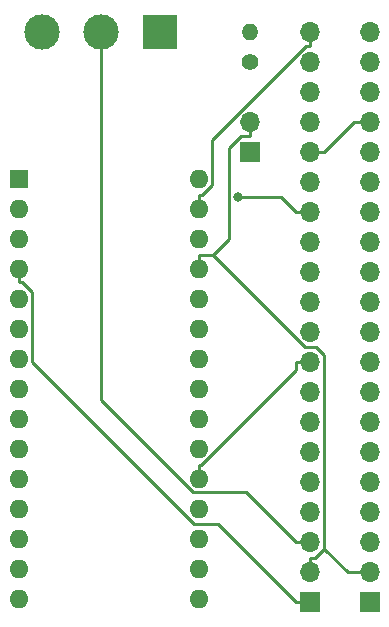
<source format=gtl>
%TF.GenerationSoftware,KiCad,Pcbnew,7.0.9*%
%TF.CreationDate,2023-11-19T21:06:30+01:00*%
%TF.ProjectId,arduino_display_board,61726475-696e-46f5-9f64-6973706c6179,rev?*%
%TF.SameCoordinates,Original*%
%TF.FileFunction,Copper,L1,Top*%
%TF.FilePolarity,Positive*%
%FSLAX46Y46*%
G04 Gerber Fmt 4.6, Leading zero omitted, Abs format (unit mm)*
G04 Created by KiCad (PCBNEW 7.0.9) date 2023-11-19 21:06:30*
%MOMM*%
%LPD*%
G01*
G04 APERTURE LIST*
%TA.AperFunction,ComponentPad*%
%ADD10R,3.000000X3.000000*%
%TD*%
%TA.AperFunction,ComponentPad*%
%ADD11C,3.000000*%
%TD*%
%TA.AperFunction,ComponentPad*%
%ADD12R,1.700000X1.700000*%
%TD*%
%TA.AperFunction,ComponentPad*%
%ADD13O,1.700000X1.700000*%
%TD*%
%TA.AperFunction,ComponentPad*%
%ADD14C,1.400000*%
%TD*%
%TA.AperFunction,ComponentPad*%
%ADD15O,1.400000X1.400000*%
%TD*%
%TA.AperFunction,ComponentPad*%
%ADD16R,1.600000X1.600000*%
%TD*%
%TA.AperFunction,ComponentPad*%
%ADD17O,1.600000X1.600000*%
%TD*%
%TA.AperFunction,ViaPad*%
%ADD18C,0.800000*%
%TD*%
%TA.AperFunction,Conductor*%
%ADD19C,0.250000*%
%TD*%
G04 APERTURE END LIST*
D10*
%TO.P,RV1,1,1*%
%TO.N,VEE*%
X66040000Y-43180000D03*
D11*
%TO.P,RV1,2,2*%
%TO.N,V0*%
X61040000Y-43180000D03*
%TO.P,RV1,3,3*%
%TO.N,+5V*%
X56040000Y-43180000D03*
%TD*%
D12*
%TO.P,J3,1,Pin_1*%
%TO.N,GND*%
X83820000Y-91440000D03*
D13*
%TO.P,J3,2,Pin_2*%
%TO.N,+5V*%
X83820000Y-88900000D03*
%TO.P,J3,3,Pin_3*%
%TO.N,V0*%
X83820000Y-86360000D03*
%TO.P,J3,4,Pin_4*%
%TO.N,RS*%
X83820000Y-83820000D03*
%TO.P,J3,5,Pin_5*%
%TO.N,RW*%
X83820000Y-81280000D03*
%TO.P,J3,6,Pin_6*%
%TO.N,E*%
X83820000Y-78740000D03*
%TO.P,J3,7,Pin_7*%
%TO.N,DB0*%
X83820000Y-76200000D03*
%TO.P,J3,8,Pin_8*%
%TO.N,DB1*%
X83820000Y-73660000D03*
%TO.P,J3,9,Pin_9*%
%TO.N,DB2*%
X83820000Y-71120000D03*
%TO.P,J3,10,Pin_10*%
%TO.N,DB3*%
X83820000Y-68580000D03*
%TO.P,J3,11,Pin_11*%
%TO.N,DB4*%
X83820000Y-66040000D03*
%TO.P,J3,12,Pin_12*%
%TO.N,DB5*%
X83820000Y-63500000D03*
%TO.P,J3,13,Pin_13*%
%TO.N,DB6*%
X83820000Y-60960000D03*
%TO.P,J3,14,Pin_14*%
%TO.N,DB7*%
X83820000Y-58420000D03*
%TO.P,J3,15,Pin_15*%
%TO.N,CS1*%
X83820000Y-55880000D03*
%TO.P,J3,16,Pin_16*%
%TO.N,RST*%
X83820000Y-53340000D03*
%TO.P,J3,17,Pin_17*%
%TO.N,CS2*%
X83820000Y-50800000D03*
%TO.P,J3,18,Pin_18*%
%TO.N,CS3*%
X83820000Y-48260000D03*
%TO.P,J3,19,Pin_19*%
%TO.N,VEE*%
X83820000Y-45720000D03*
%TO.P,J3,20,Pin_20*%
%TO.N,LED+*%
X83820000Y-43180000D03*
%TD*%
D14*
%TO.P,R1,1*%
%TO.N,Net-(J2-Pin_1)*%
X73660000Y-45720000D03*
D15*
%TO.P,R1,2*%
%TO.N,LED+*%
X73660000Y-43180000D03*
%TD*%
D16*
%TO.P,A1,1,D1/TX*%
%TO.N,unconnected-(A1-D1{slash}TX-Pad1)*%
X54060000Y-55600000D03*
D17*
%TO.P,A1,2,D0/RX*%
%TO.N,unconnected-(A1-D0{slash}RX-Pad2)*%
X54060000Y-58140000D03*
%TO.P,A1,3,~{RESET}*%
%TO.N,unconnected-(A1-~{RESET}-Pad3)*%
X54060000Y-60680000D03*
%TO.P,A1,4,GND*%
%TO.N,GND*%
X54060000Y-63220000D03*
%TO.P,A1,5,D2*%
%TO.N,unconnected-(A1-D2-Pad5)*%
X54060000Y-65760000D03*
%TO.P,A1,6,D3*%
%TO.N,DB7*%
X54060000Y-68300000D03*
%TO.P,A1,7,D4*%
%TO.N,CS1*%
X54060000Y-70840000D03*
%TO.P,A1,8,D5*%
%TO.N,CS2*%
X54060000Y-73380000D03*
%TO.P,A1,9,D6*%
%TO.N,DB4*%
X54060000Y-75920000D03*
%TO.P,A1,10,D7*%
%TO.N,DB5*%
X54060000Y-78460000D03*
%TO.P,A1,11,D8*%
%TO.N,RS*%
X54060000Y-81000000D03*
%TO.P,A1,12,D9*%
%TO.N,RST*%
X54060000Y-83540000D03*
%TO.P,A1,13,D10*%
%TO.N,unconnected-(A1-D10-Pad13)*%
X54060000Y-86080000D03*
%TO.P,A1,14,D11*%
%TO.N,unconnected-(A1-D11-Pad14)*%
X54060000Y-88620000D03*
%TO.P,A1,15,D12*%
%TO.N,unconnected-(A1-D12-Pad15)*%
X54060000Y-91160000D03*
%TO.P,A1,16,D13*%
%TO.N,unconnected-(A1-D13-Pad16)*%
X69300000Y-91160000D03*
%TO.P,A1,17,3V3*%
%TO.N,unconnected-(A1-3V3-Pad17)*%
X69300000Y-88620000D03*
%TO.P,A1,18,AREF*%
%TO.N,unconnected-(A1-AREF-Pad18)*%
X69300000Y-86080000D03*
%TO.P,A1,19,A0*%
%TO.N,DB3*%
X69300000Y-83540000D03*
%TO.P,A1,20,A1*%
%TO.N,DB2*%
X69300000Y-81000000D03*
%TO.P,A1,21,A2*%
%TO.N,DB1*%
X69300000Y-78460000D03*
%TO.P,A1,22,A3*%
%TO.N,DB0*%
X69300000Y-75920000D03*
%TO.P,A1,23,A4*%
%TO.N,E*%
X69300000Y-73380000D03*
%TO.P,A1,24,A5*%
%TO.N,RW*%
X69300000Y-70840000D03*
%TO.P,A1,25,A6*%
%TO.N,unconnected-(A1-A6-Pad25)*%
X69300000Y-68300000D03*
%TO.P,A1,26,A7*%
%TO.N,unconnected-(A1-A7-Pad26)*%
X69300000Y-65760000D03*
%TO.P,A1,27,+5V*%
%TO.N,+5V*%
X69300000Y-63220000D03*
%TO.P,A1,28,~{RESET}*%
%TO.N,unconnected-(A1-~{RESET}-Pad28)*%
X69300000Y-60680000D03*
%TO.P,A1,29,GND*%
%TO.N,GND*%
X69300000Y-58140000D03*
%TO.P,A1,30,VIN*%
%TO.N,unconnected-(A1-VIN-Pad30)*%
X69300000Y-55600000D03*
%TD*%
D12*
%TO.P,J2,1,Pin_1*%
%TO.N,Net-(J2-Pin_1)*%
X73660000Y-53340000D03*
D13*
%TO.P,J2,2,Pin_2*%
%TO.N,+5V*%
X73660000Y-50800000D03*
%TD*%
D12*
%TO.P,J1,1,Pin_1*%
%TO.N,GND*%
X78740000Y-91440000D03*
D13*
%TO.P,J1,2,Pin_2*%
%TO.N,+5V*%
X78740000Y-88900000D03*
%TO.P,J1,3,Pin_3*%
%TO.N,V0*%
X78740000Y-86360000D03*
%TO.P,J1,4,Pin_4*%
%TO.N,RS*%
X78740000Y-83820000D03*
%TO.P,J1,5,Pin_5*%
%TO.N,RW*%
X78740000Y-81280000D03*
%TO.P,J1,6,Pin_6*%
%TO.N,E*%
X78740000Y-78740000D03*
%TO.P,J1,7,Pin_7*%
%TO.N,DB0*%
X78740000Y-76200000D03*
%TO.P,J1,8,Pin_8*%
%TO.N,DB1*%
X78740000Y-73660000D03*
%TO.P,J1,9,Pin_9*%
%TO.N,DB2*%
X78740000Y-71120000D03*
%TO.P,J1,10,Pin_10*%
%TO.N,DB3*%
X78740000Y-68580000D03*
%TO.P,J1,11,Pin_11*%
%TO.N,DB4*%
X78740000Y-66040000D03*
%TO.P,J1,12,Pin_12*%
%TO.N,DB5*%
X78740000Y-63500000D03*
%TO.P,J1,13,Pin_13*%
%TO.N,DB6*%
X78740000Y-60960000D03*
%TO.P,J1,14,Pin_14*%
%TO.N,DB7*%
X78740000Y-58420000D03*
%TO.P,J1,15,Pin_15*%
%TO.N,CS1*%
X78740000Y-55880000D03*
%TO.P,J1,16,Pin_16*%
%TO.N,CS2*%
X78740000Y-53340000D03*
%TO.P,J1,17,Pin_17*%
%TO.N,RST*%
X78740000Y-50800000D03*
%TO.P,J1,18,Pin_18*%
%TO.N,VEE*%
X78740000Y-48260000D03*
%TO.P,J1,19,Pin_19*%
%TO.N,LED+*%
X78740000Y-45720000D03*
%TO.P,J1,20,Pin_20*%
%TO.N,GND*%
X78740000Y-43180000D03*
%TD*%
D18*
%TO.N,DB7*%
X72638200Y-57152800D03*
%TD*%
D19*
%TO.N,GND*%
X69300000Y-57013100D02*
X69581800Y-57013100D01*
X78740000Y-91440000D02*
X77563100Y-91440000D01*
X54060000Y-63220000D02*
X54060000Y-64346900D01*
X78374200Y-44356900D02*
X78740000Y-44356900D01*
X69581800Y-57013100D02*
X70426900Y-56168000D01*
X68895400Y-84810000D02*
X70933100Y-84810000D01*
X55186900Y-65192000D02*
X55186900Y-71101500D01*
X70426900Y-52304200D02*
X78374200Y-44356900D01*
X55186900Y-71101500D02*
X68895400Y-84810000D01*
X78740000Y-43180000D02*
X78740000Y-44356900D01*
X54341800Y-64346900D02*
X55186900Y-65192000D01*
X70933100Y-84810000D02*
X77563100Y-91440000D01*
X54060000Y-64346900D02*
X54341800Y-64346900D01*
X69300000Y-58140000D02*
X69300000Y-57013100D01*
X70426900Y-56168000D02*
X70426900Y-52304200D01*
%TO.N,DB7*%
X76295900Y-57152800D02*
X77563100Y-58420000D01*
X72638200Y-57152800D02*
X76295900Y-57152800D01*
X78740000Y-58420000D02*
X77563100Y-58420000D01*
%TO.N,CS2*%
X79916900Y-53340000D02*
X82456900Y-50800000D01*
X78740000Y-53340000D02*
X79916900Y-53340000D01*
X82456900Y-50800000D02*
X83820000Y-50800000D01*
%TO.N,DB2*%
X77563100Y-71790700D02*
X77563100Y-71120000D01*
X69300000Y-81000000D02*
X69300000Y-79873100D01*
X69480700Y-79873100D02*
X77563100Y-71790700D01*
X78740000Y-71120000D02*
X77563100Y-71120000D01*
X69300000Y-79873100D02*
X69480700Y-79873100D01*
%TO.N,+5V*%
X78338000Y-69850000D02*
X70524600Y-62036600D01*
X72857200Y-51976900D02*
X73660000Y-51976900D01*
X71823800Y-53010300D02*
X72857200Y-51976900D01*
X73660000Y-50800000D02*
X73660000Y-51976900D01*
X79916900Y-86912000D02*
X79916900Y-70544700D01*
X79916900Y-86912000D02*
X81904900Y-88900000D01*
X70468100Y-62093100D02*
X70524600Y-62036600D01*
X79222200Y-69850000D02*
X78338000Y-69850000D01*
X70524600Y-62036600D02*
X71823800Y-60737400D01*
X79916900Y-70544700D02*
X79222200Y-69850000D01*
X71823800Y-60737400D02*
X71823800Y-53010300D01*
X69300000Y-63220000D02*
X69300000Y-62093100D01*
X81904900Y-88900000D02*
X83820000Y-88900000D01*
X78740000Y-87723100D02*
X79105800Y-87723100D01*
X69300000Y-62093100D02*
X70468100Y-62093100D01*
X78740000Y-88900000D02*
X78740000Y-87723100D01*
X79105800Y-87723100D02*
X79916900Y-86912000D01*
%TO.N,V0*%
X77563100Y-86360000D02*
X73335700Y-82132600D01*
X61040000Y-74366300D02*
X61040000Y-43180000D01*
X73335700Y-82132600D02*
X68806300Y-82132600D01*
X78740000Y-86360000D02*
X77563100Y-86360000D01*
X68806300Y-82132600D02*
X61040000Y-74366300D01*
%TD*%
M02*

</source>
